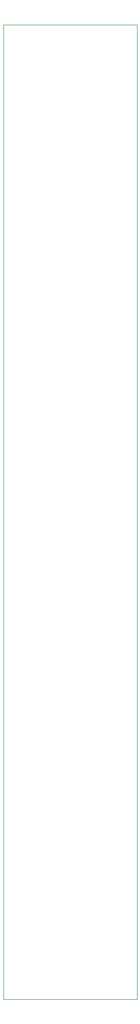
<source format=gbr>
%TF.GenerationSoftware,KiCad,Pcbnew,(5.1.6)-1*%
%TF.CreationDate,2020-06-17T23:21:10-05:00*%
%TF.ProjectId,Euro Playset,4575726f-2050-46c6-9179-7365742e6b69,rev?*%
%TF.SameCoordinates,Original*%
%TF.FileFunction,Profile,NP*%
%FSLAX46Y46*%
G04 Gerber Fmt 4.6, Leading zero omitted, Abs format (unit mm)*
G04 Created by KiCad (PCBNEW (5.1.6)-1) date 2020-06-17 23:21:10*
%MOMM*%
%LPD*%
G01*
G04 APERTURE LIST*
%TA.AperFunction,Profile*%
%ADD10C,0.050000*%
%TD*%
G04 APERTURE END LIST*
D10*
X394400000Y-119800000D02*
X371500000Y-119800000D01*
X394400000Y-286400000D02*
X394400000Y-119800000D01*
X371500000Y-119800000D02*
X371500000Y-286400000D01*
X371500000Y-286400000D02*
X394400000Y-286400000D01*
M02*

</source>
